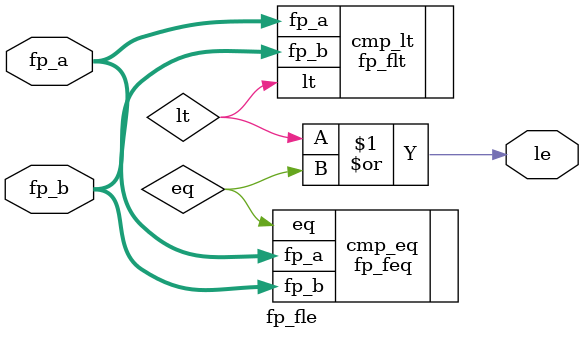
<source format=sv>
/****************************************************************************************
 * Archivo       : fp_fle.sv
 * Proyecto      : Unidad en punto flotante estandar IEEE 754
 * Autor         : Samuel Cabrera A
 * Fecha         : 1S 2025
 * Descripción   : Compara dos numeros en formato IEEE-754, realiza comparacion de 'A' menor o igual que 'B'
                   Bit de salida en 1 si se cumple la condicion, en 0 si no lo son.
 * Instancias    : fp_alu, fp_fle
 ****************************************************************************************/


module fp_fle (
    input  logic [31:0] fp_a, // Primero numero para comparacion
    input  logic [31:0] fp_b, // Segundo numero para comparacion

    output logic        le    // 1 si A ≤ B, 0 si no
);
    logic eq, lt;

    // Instancia del comparador de igualdad (A == B)
    fp_feq cmp_eq (
        .fp_a(fp_a),
        .fp_b(fp_b),
        .eq  (eq)
    );

    // Instancia del comparador de menor que (A < B)
    fp_flt cmp_lt (
        .fp_a(fp_a),
        .fp_b(fp_b),
        .lt  (lt)
    );

    // Operacion OR, si alguna de las dos comparaciones anteriores son postitivas la salida es '1'
    // (A ≤ B) si (A < B) o (A == B)
    assign le = lt | eq;

endmodule

</source>
